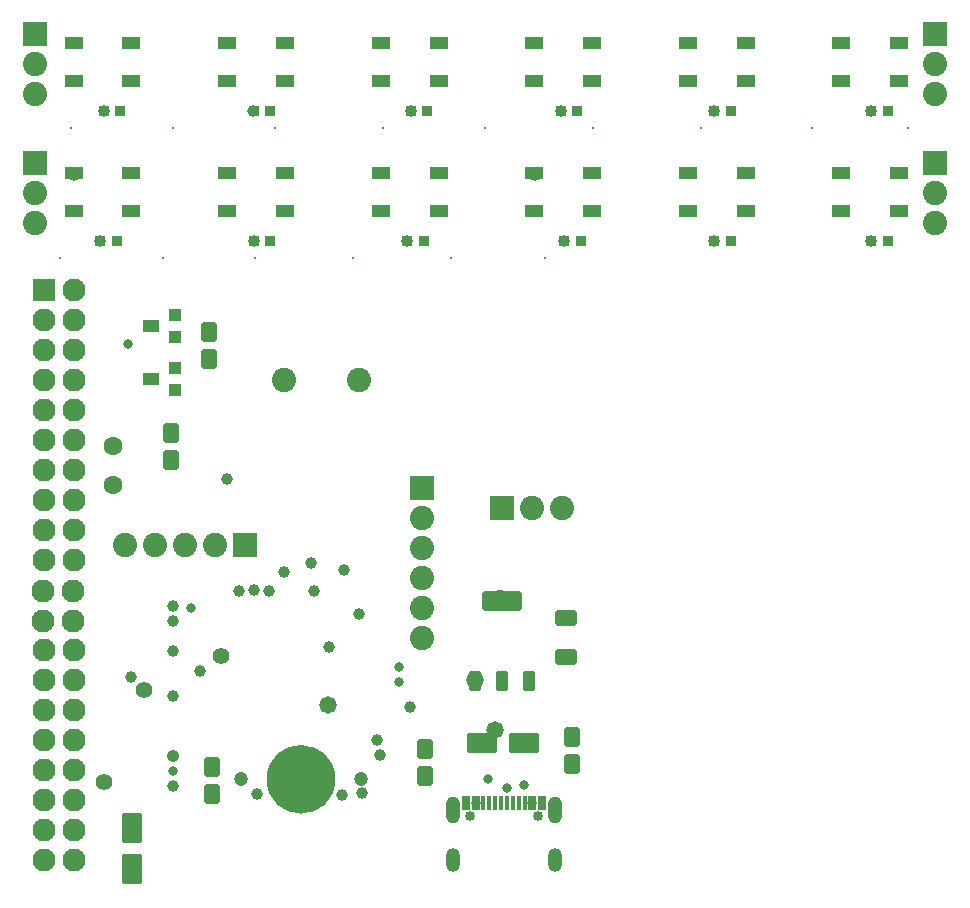
<source format=gbr>
%TF.GenerationSoftware,Altium Limited,Altium Designer,24.0.1 (36)*%
G04 Layer_Color=8388736*
%FSLAX45Y45*%
%MOMM*%
%TF.SameCoordinates,E2561F4A-6B88-4173-B20F-5EBD6E3589F9*%
%TF.FilePolarity,Negative*%
%TF.FileFunction,Soldermask,Top*%
%TF.Part,Single*%
G01*
G75*
%TA.AperFunction,NonConductor*%
%ADD54C,0.30000*%
%TA.AperFunction,SMDPad,CuDef*%
G04:AMPARAMS|DCode=55|XSize=1.70429mm|YSize=1.05213mm|CornerRadius=0.12141mm|HoleSize=0mm|Usage=FLASHONLY|Rotation=90.000|XOffset=0mm|YOffset=0mm|HoleType=Round|Shape=RoundedRectangle|*
%AMROUNDEDRECTD55*
21,1,1.70429,0.80931,0,0,90.0*
21,1,1.46148,1.05213,0,0,90.0*
1,1,0.24282,0.40466,0.73074*
1,1,0.24282,0.40466,-0.73074*
1,1,0.24282,-0.40466,-0.73074*
1,1,0.24282,-0.40466,0.73074*
%
%ADD55ROUNDEDRECTD55*%
G04:AMPARAMS|DCode=56|XSize=1.70429mm|YSize=3.36213mm|CornerRadius=0.17032mm|HoleSize=0mm|Usage=FLASHONLY|Rotation=90.000|XOffset=0mm|YOffset=0mm|HoleType=Round|Shape=RoundedRectangle|*
%AMROUNDEDRECTD56*
21,1,1.70429,3.02149,0,0,90.0*
21,1,1.36365,3.36213,0,0,90.0*
1,1,0.34064,1.51074,0.68182*
1,1,0.34064,1.51074,-0.68182*
1,1,0.34064,-1.51074,-0.68182*
1,1,0.34064,-1.51074,0.68182*
%
%ADD56ROUNDEDRECTD56*%
%ADD57C,1.20320*%
G04:AMPARAMS|DCode=58|XSize=1.624mm|YSize=1.37mm|CornerRadius=0.14525mm|HoleSize=0mm|Usage=FLASHONLY|Rotation=270.000|XOffset=0mm|YOffset=0mm|HoleType=Round|Shape=RoundedRectangle|*
%AMROUNDEDRECTD58*
21,1,1.62400,1.07950,0,0,270.0*
21,1,1.33350,1.37000,0,0,270.0*
1,1,0.29050,-0.53975,-0.66675*
1,1,0.29050,-0.53975,0.66675*
1,1,0.29050,0.53975,0.66675*
1,1,0.29050,0.53975,-0.66675*
%
%ADD58ROUNDEDRECTD58*%
%ADD59R,1.47320X1.11760*%
%ADD60R,1.11760X1.11760*%
G04:AMPARAMS|DCode=61|XSize=0.862mm|YSize=0.862mm|CornerRadius=0.0881mm|HoleSize=0mm|Usage=FLASHONLY|Rotation=0.000|XOffset=0mm|YOffset=0mm|HoleType=Round|Shape=RoundedRectangle|*
%AMROUNDEDRECTD61*
21,1,0.86200,0.68580,0,0,0.0*
21,1,0.68580,0.86200,0,0,0.0*
1,1,0.17620,0.34290,-0.34290*
1,1,0.17620,-0.34290,-0.34290*
1,1,0.17620,-0.34290,0.34290*
1,1,0.17620,0.34290,0.34290*
%
%ADD61ROUNDEDRECTD61*%
G04:AMPARAMS|DCode=62|XSize=1.1mm|YSize=1.6mm|CornerRadius=0.125mm|HoleSize=0mm|Usage=FLASHONLY|Rotation=90.000|XOffset=0mm|YOffset=0mm|HoleType=Round|Shape=RoundedRectangle|*
%AMROUNDEDRECTD62*
21,1,1.10000,1.35000,0,0,90.0*
21,1,0.85000,1.60000,0,0,90.0*
1,1,0.25000,0.67500,0.42500*
1,1,0.25000,0.67500,-0.42500*
1,1,0.25000,-0.67500,-0.42500*
1,1,0.25000,-0.67500,0.42500*
%
%ADD62ROUNDEDRECTD62*%
%TA.AperFunction,ConnectorPad*%
%ADD63R,0.40000X1.25000*%
%ADD64R,0.70000X1.25000*%
%TA.AperFunction,SMDPad,CuDef*%
G04:AMPARAMS|DCode=65|XSize=1.3432mm|YSize=1.8332mm|CornerRadius=0.2441mm|HoleSize=0mm|Usage=FLASHONLY|Rotation=90.000|XOffset=0mm|YOffset=0mm|HoleType=Round|Shape=RoundedRectangle|*
%AMROUNDEDRECTD65*
21,1,1.34320,1.34500,0,0,90.0*
21,1,0.85500,1.83320,0,0,90.0*
1,1,0.48820,0.67250,0.42750*
1,1,0.48820,0.67250,-0.42750*
1,1,0.48820,-0.67250,-0.42750*
1,1,0.48820,-0.67250,0.42750*
%
%ADD65ROUNDEDRECTD65*%
G04:AMPARAMS|DCode=66|XSize=2.6mm|YSize=1.7mm|CornerRadius=0.17mm|HoleSize=0mm|Usage=FLASHONLY|Rotation=270.000|XOffset=0mm|YOffset=0mm|HoleType=Round|Shape=RoundedRectangle|*
%AMROUNDEDRECTD66*
21,1,2.60000,1.36000,0,0,270.0*
21,1,2.26000,1.70000,0,0,270.0*
1,1,0.34000,-0.68000,-1.13000*
1,1,0.34000,-0.68000,1.13000*
1,1,0.34000,0.68000,1.13000*
1,1,0.34000,0.68000,-1.13000*
%
%ADD66ROUNDEDRECTD66*%
G04:AMPARAMS|DCode=67|XSize=2.6mm|YSize=1.7mm|CornerRadius=0.17mm|HoleSize=0mm|Usage=FLASHONLY|Rotation=180.000|XOffset=0mm|YOffset=0mm|HoleType=Round|Shape=RoundedRectangle|*
%AMROUNDEDRECTD67*
21,1,2.60000,1.36000,0,0,180.0*
21,1,2.26000,1.70000,0,0,180.0*
1,1,0.34000,-1.13000,0.68000*
1,1,0.34000,1.13000,0.68000*
1,1,0.34000,1.13000,-0.68000*
1,1,0.34000,-1.13000,-0.68000*
%
%ADD67ROUNDEDRECTD67*%
%TA.AperFunction,ComponentPad*%
%ADD68C,2.05320*%
%ADD69R,2.05320X2.05320*%
%ADD70R,2.05320X2.05320*%
%TA.AperFunction,WasherPad*%
%ADD71C,0.20320*%
%TA.AperFunction,ComponentPad*%
%ADD72C,1.95321*%
%ADD73R,1.95321X1.95321*%
%ADD74C,0.85320*%
%ADD75O,1.20320X2.30320*%
%ADD76O,1.20320X2.00320*%
%TA.AperFunction,ViaPad*%
%ADD77C,1.60320*%
%ADD78C,1.00320*%
%ADD79C,1.47320*%
%ADD80C,0.80320*%
%ADD81C,1.40320*%
%ADD82C,1.05320*%
G36*
X2521440Y678380D02*
X2513820Y670760D01*
X2328400Y678380D01*
X2181080Y807920D01*
Y828240D01*
X2178540D01*
X2156434Y850346D01*
Y996634D01*
X2176000Y1016200D01*
X2173460Y1018740D01*
Y1064460D01*
X2247120Y1138120D01*
Y1153360D01*
X2264900D01*
X2304817Y1193277D01*
X2360697D01*
X2381740Y1214320D01*
X2485880D01*
X2506200Y1194000D01*
X2531600D01*
X2536680Y1199080D01*
X2564620Y1171140D01*
X2584940D01*
X2658600Y1097480D01*
Y1077160D01*
X2704320Y1031440D01*
Y940754D01*
X2701780Y938214D01*
Y856180D01*
X2661140Y815540D01*
Y777440D01*
X2577320Y693620D01*
X2546840D01*
X2521440Y668220D01*
X2493500D01*
X2521440Y678380D01*
D02*
G37*
D54*
X2703566Y940000D02*
G03*
X2703566Y940000I-273566J0D01*
G01*
D55*
X3901000Y1770500D02*
D03*
X4130000D02*
D03*
X4359000D02*
D03*
D56*
X4130000Y2449500D02*
D03*
D57*
X2938000Y940000D02*
D03*
X1922000D02*
D03*
D58*
X1651000Y4495800D02*
D03*
Y4724400D02*
D03*
X1330000Y3640000D02*
D03*
Y3868600D02*
D03*
X1680000Y811400D02*
D03*
Y1040000D02*
D03*
X3479800Y1193800D02*
D03*
Y965200D02*
D03*
X4724400Y1295400D02*
D03*
Y1066800D02*
D03*
D59*
X1160000Y4330000D02*
D03*
Y4780000D02*
D03*
D60*
X1363200Y4423980D02*
D03*
Y4233480D02*
D03*
Y4873980D02*
D03*
Y4683480D02*
D03*
D61*
X730150Y5500000D02*
D03*
X2030150D02*
D03*
X3330150D02*
D03*
X4660300Y5500000D02*
D03*
X5930150D02*
D03*
X7260300D02*
D03*
X900000Y6600000D02*
D03*
X760300D02*
D03*
X2169850Y6600000D02*
D03*
X2030150D02*
D03*
X3500000Y6600000D02*
D03*
X3360300D02*
D03*
X4769850Y6600000D02*
D03*
X4630150D02*
D03*
X6069850D02*
D03*
X5930150D02*
D03*
X7400000Y6600000D02*
D03*
X7260300D02*
D03*
X869850Y5500000D02*
D03*
X2169850D02*
D03*
X3469850D02*
D03*
X4800000Y5500000D02*
D03*
X6069850D02*
D03*
X7400000D02*
D03*
D62*
X7005000Y6070000D02*
D03*
X5705000D02*
D03*
X4405000D02*
D03*
X3105000D02*
D03*
X1805000D02*
D03*
X505000D02*
D03*
X7495000D02*
D03*
X7005000Y5750000D02*
D03*
X7495000D02*
D03*
X505000Y7170000D02*
D03*
X995000D02*
D03*
X505000Y6850000D02*
D03*
X995000D02*
D03*
X1805000Y7170000D02*
D03*
X2295000D02*
D03*
X1805000Y6850000D02*
D03*
X2295000D02*
D03*
X3105000Y7170000D02*
D03*
X3595000D02*
D03*
X3105000Y6850000D02*
D03*
X3595000D02*
D03*
X4405000Y7170000D02*
D03*
X4895000D02*
D03*
X4405000Y6850000D02*
D03*
X4895000D02*
D03*
X5705000Y7170000D02*
D03*
X6195000D02*
D03*
X5705000Y6850000D02*
D03*
X6195000D02*
D03*
X7005000Y7170000D02*
D03*
X7495000D02*
D03*
X7005000Y6850000D02*
D03*
X7495000D02*
D03*
X995000Y6070000D02*
D03*
X505000Y5750000D02*
D03*
X995000D02*
D03*
X2295000Y6070000D02*
D03*
X1805000Y5750000D02*
D03*
X2295000D02*
D03*
X3595000Y6070000D02*
D03*
X3105000Y5750000D02*
D03*
X3595000D02*
D03*
X4895000Y6070000D02*
D03*
X4405000Y5750000D02*
D03*
X4895000D02*
D03*
X6195000Y6070000D02*
D03*
X5705000Y5750000D02*
D03*
X6195000D02*
D03*
D63*
X3975000Y735500D02*
D03*
X4025000D02*
D03*
X4075000D02*
D03*
X4325000D02*
D03*
X4275000D02*
D03*
X4225000D02*
D03*
X4125000D02*
D03*
X4175000D02*
D03*
D64*
X4390000D02*
D03*
X3910000D02*
D03*
X4470000D02*
D03*
X3830000D02*
D03*
D65*
X4670000Y1976000D02*
D03*
Y2304000D02*
D03*
D66*
X1000000Y530000D02*
D03*
Y180000D02*
D03*
D67*
X4315000Y1250000D02*
D03*
X3965000D02*
D03*
D68*
X3454400Y2133600D02*
D03*
Y2387600D02*
D03*
Y3149600D02*
D03*
Y2895600D02*
D03*
Y2641600D02*
D03*
X939800Y2921000D02*
D03*
X1701800D02*
D03*
X1447800D02*
D03*
X1193800D02*
D03*
X4390000Y3240000D02*
D03*
X4644000D02*
D03*
X2282500Y4320000D02*
D03*
X2917500D02*
D03*
X180000Y6746000D02*
D03*
Y7000000D02*
D03*
X7800000Y6746000D02*
D03*
Y7000000D02*
D03*
X180000Y5646000D02*
D03*
Y5900000D02*
D03*
X7800000Y5646000D02*
D03*
Y5900000D02*
D03*
D69*
X3454400Y3403600D02*
D03*
X7800000Y6154000D02*
D03*
X180000D02*
D03*
Y7254000D02*
D03*
X7800000D02*
D03*
D70*
X1955800Y2921000D02*
D03*
X4136000Y3240000D02*
D03*
D71*
X4500000Y5350000D02*
D03*
X3700000D02*
D03*
X2870000D02*
D03*
X2040000D02*
D03*
X1260000D02*
D03*
X390000D02*
D03*
X7569200Y6451600D02*
D03*
X6756400D02*
D03*
X5816600D02*
D03*
X4902200D02*
D03*
X3987800D02*
D03*
X3124200D02*
D03*
X2209800D02*
D03*
X1346200D02*
D03*
X482600D02*
D03*
D72*
X506000Y2794000D02*
D03*
X252000D02*
D03*
X506000Y3048000D02*
D03*
X252000D02*
D03*
X506000Y3302000D02*
D03*
X252000D02*
D03*
X506000Y3556000D02*
D03*
X252000D02*
D03*
X506000Y3810000D02*
D03*
X252000D02*
D03*
X506000Y4064000D02*
D03*
X252000D02*
D03*
X506000Y4318000D02*
D03*
X252000D02*
D03*
X506000Y4572000D02*
D03*
X252000D02*
D03*
X506000Y4826000D02*
D03*
X252000D02*
D03*
X506000Y5080000D02*
D03*
X242840Y2537415D02*
D03*
X496840D02*
D03*
X242840Y2283415D02*
D03*
X496840D02*
D03*
X252000Y2032000D02*
D03*
X506000D02*
D03*
X252000Y1778000D02*
D03*
X506000D02*
D03*
X252000Y1524000D02*
D03*
X506000D02*
D03*
X252000Y1270000D02*
D03*
X506000D02*
D03*
X252000Y1016000D02*
D03*
X506000D02*
D03*
X252000Y762000D02*
D03*
X506000D02*
D03*
X252000Y508000D02*
D03*
X506000D02*
D03*
X252000Y254000D02*
D03*
X506000D02*
D03*
D73*
X252000Y5080000D02*
D03*
D74*
X3861000Y628000D02*
D03*
X4439000D02*
D03*
D75*
X4582000Y678000D02*
D03*
X3718000D02*
D03*
D76*
X4582000Y260000D02*
D03*
X3718000D02*
D03*
D77*
X838200Y3429000D02*
D03*
Y3759200D02*
D03*
X4114800Y2463800D02*
D03*
D78*
X2921000Y2336800D02*
D03*
X2667000Y2057400D02*
D03*
X3073400Y1270000D02*
D03*
X3352800Y1549400D02*
D03*
X3098800Y1143000D02*
D03*
X2514600Y2768600D02*
D03*
X2791500Y2715300D02*
D03*
X2156500Y2534000D02*
D03*
X2032000Y2540000D02*
D03*
X1902500Y2534000D02*
D03*
X2286000Y2692400D02*
D03*
X1160000Y4330000D02*
D03*
X730150Y5500000D02*
D03*
X510000Y6060000D02*
D03*
X2030150Y5500000D02*
D03*
X1810000Y6070000D02*
D03*
X3330000Y5500000D02*
D03*
X3100000Y6070000D02*
D03*
X4660300Y5500000D02*
D03*
X4410000Y6060000D02*
D03*
X5930150Y5500000D02*
D03*
X5710000Y6070000D02*
D03*
X7260300Y5500000D02*
D03*
X7010000Y6070000D02*
D03*
X7260300Y6600000D02*
D03*
X7010000Y7170000D02*
D03*
X5930000Y6600000D02*
D03*
X5710000Y7170000D02*
D03*
X4630150Y6600000D02*
D03*
X4400000Y7170000D02*
D03*
X3360300Y6600000D02*
D03*
X3110000Y7170000D02*
D03*
X1805000Y7170000D02*
D03*
X2020000Y6600000D02*
D03*
X505000Y7170000D02*
D03*
X760300Y6600000D02*
D03*
X2950000Y820000D02*
D03*
X2780000Y810000D02*
D03*
X2057400Y812800D02*
D03*
X990600Y1803400D02*
D03*
X1574800Y1854200D02*
D03*
X1363200Y4873980D02*
D03*
X1345000Y885000D02*
D03*
Y2409000D02*
D03*
Y2282000D02*
D03*
X1803400Y3479800D02*
D03*
X2537500Y2534000D02*
D03*
X1345000Y2028000D02*
D03*
Y1647000D02*
D03*
D79*
X1000000Y155000D02*
D03*
X3901000Y1777536D02*
D03*
X4070000Y1360000D02*
D03*
X2660000Y1570000D02*
D03*
D80*
X3260000Y1760000D02*
D03*
Y1890000D02*
D03*
X1498600Y2387600D02*
D03*
X965200Y4622800D02*
D03*
X1345000Y1012000D02*
D03*
X4013200Y939800D02*
D03*
X4724400Y1066800D02*
D03*
X4315000Y889000D02*
D03*
X4390000Y735500D02*
D03*
X3910000Y736600D02*
D03*
X4170700Y863600D02*
D03*
D81*
X1100000Y1700000D02*
D03*
X1752600Y1981200D02*
D03*
X762000Y914400D02*
D03*
D82*
X1345000Y1139000D02*
D03*
%TF.MD5,a9a6bacfea8b608df112f41656b613dc*%
M02*

</source>
